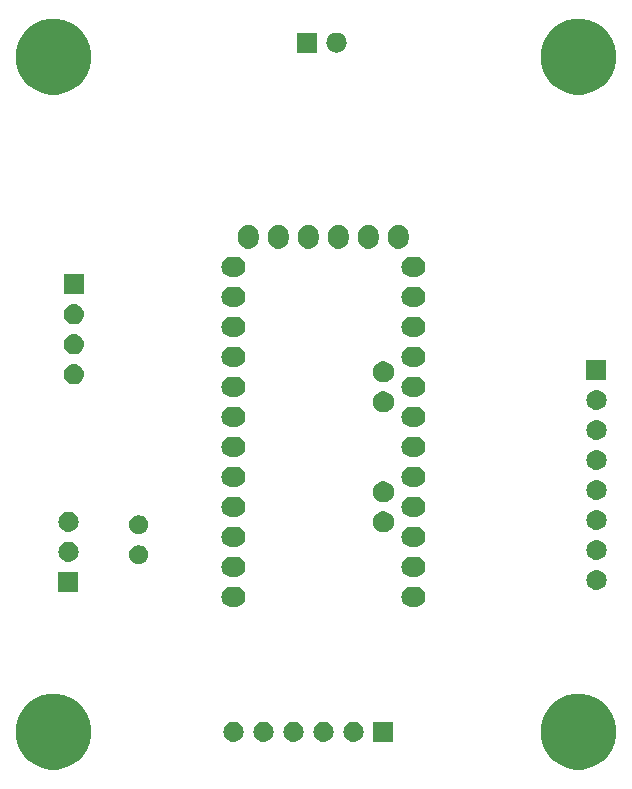
<source format=gbr>
G04 #@! TF.GenerationSoftware,KiCad,Pcbnew,5.0.2+dfsg1-1~bpo9+1*
G04 #@! TF.CreationDate,2019-03-26T14:17:57+01:00*
G04 #@! TF.ProjectId,DhMonitor,44684d6f-6e69-4746-9f72-2e6b69636164,0.1*
G04 #@! TF.SameCoordinates,Original*
G04 #@! TF.FileFunction,Soldermask,Bot*
G04 #@! TF.FilePolarity,Negative*
%FSLAX46Y46*%
G04 Gerber Fmt 4.6, Leading zero omitted, Abs format (unit mm)*
G04 Created by KiCad (PCBNEW 5.0.2+dfsg1-1~bpo9+1) date Tue 26 Mar 2019 14:17:57 CET*
%MOMM*%
%LPD*%
G01*
G04 APERTURE LIST*
%ADD10C,0.100000*%
G04 APERTURE END LIST*
D10*
G36*
X168573405Y-121382974D02*
X169155767Y-121624196D01*
X169679884Y-121974400D01*
X170125600Y-122420116D01*
X170475804Y-122944233D01*
X170717026Y-123526595D01*
X170840000Y-124144826D01*
X170840000Y-124775174D01*
X170717026Y-125393405D01*
X170475804Y-125975767D01*
X170125600Y-126499884D01*
X169679884Y-126945600D01*
X169155767Y-127295804D01*
X168573405Y-127537026D01*
X167955174Y-127660000D01*
X167324826Y-127660000D01*
X166706595Y-127537026D01*
X166124233Y-127295804D01*
X165600116Y-126945600D01*
X165154400Y-126499884D01*
X164804196Y-125975767D01*
X164562974Y-125393405D01*
X164440000Y-124775174D01*
X164440000Y-124144826D01*
X164562974Y-123526595D01*
X164804196Y-122944233D01*
X165154400Y-122420116D01*
X165600116Y-121974400D01*
X166124233Y-121624196D01*
X166706595Y-121382974D01*
X167324826Y-121260000D01*
X167955174Y-121260000D01*
X168573405Y-121382974D01*
X168573405Y-121382974D01*
G37*
G36*
X124123405Y-121382974D02*
X124705767Y-121624196D01*
X125229884Y-121974400D01*
X125675600Y-122420116D01*
X126025804Y-122944233D01*
X126267026Y-123526595D01*
X126390000Y-124144826D01*
X126390000Y-124775174D01*
X126267026Y-125393405D01*
X126025804Y-125975767D01*
X125675600Y-126499884D01*
X125229884Y-126945600D01*
X124705767Y-127295804D01*
X124123405Y-127537026D01*
X123505174Y-127660000D01*
X122874826Y-127660000D01*
X122256595Y-127537026D01*
X121674233Y-127295804D01*
X121150116Y-126945600D01*
X120704400Y-126499884D01*
X120354196Y-125975767D01*
X120112974Y-125393405D01*
X119990000Y-124775174D01*
X119990000Y-124144826D01*
X120112974Y-123526595D01*
X120354196Y-122944233D01*
X120704400Y-122420116D01*
X121150116Y-121974400D01*
X121674233Y-121624196D01*
X122256595Y-121382974D01*
X122874826Y-121260000D01*
X123505174Y-121260000D01*
X124123405Y-121382974D01*
X124123405Y-121382974D01*
G37*
G36*
X151980000Y-125310000D02*
X150280000Y-125310000D01*
X150280000Y-123610000D01*
X151980000Y-123610000D01*
X151980000Y-125310000D01*
X151980000Y-125310000D01*
G37*
G36*
X138596630Y-123622299D02*
X138756855Y-123670903D01*
X138904520Y-123749831D01*
X139033949Y-123856051D01*
X139140169Y-123985480D01*
X139219097Y-124133145D01*
X139267701Y-124293370D01*
X139284112Y-124460000D01*
X139267701Y-124626630D01*
X139219097Y-124786855D01*
X139140169Y-124934520D01*
X139033949Y-125063949D01*
X138904520Y-125170169D01*
X138756855Y-125249097D01*
X138596630Y-125297701D01*
X138471752Y-125310000D01*
X138388248Y-125310000D01*
X138263370Y-125297701D01*
X138103145Y-125249097D01*
X137955480Y-125170169D01*
X137826051Y-125063949D01*
X137719831Y-124934520D01*
X137640903Y-124786855D01*
X137592299Y-124626630D01*
X137575888Y-124460000D01*
X137592299Y-124293370D01*
X137640903Y-124133145D01*
X137719831Y-123985480D01*
X137826051Y-123856051D01*
X137955480Y-123749831D01*
X138103145Y-123670903D01*
X138263370Y-123622299D01*
X138388248Y-123610000D01*
X138471752Y-123610000D01*
X138596630Y-123622299D01*
X138596630Y-123622299D01*
G37*
G36*
X141136630Y-123622299D02*
X141296855Y-123670903D01*
X141444520Y-123749831D01*
X141573949Y-123856051D01*
X141680169Y-123985480D01*
X141759097Y-124133145D01*
X141807701Y-124293370D01*
X141824112Y-124460000D01*
X141807701Y-124626630D01*
X141759097Y-124786855D01*
X141680169Y-124934520D01*
X141573949Y-125063949D01*
X141444520Y-125170169D01*
X141296855Y-125249097D01*
X141136630Y-125297701D01*
X141011752Y-125310000D01*
X140928248Y-125310000D01*
X140803370Y-125297701D01*
X140643145Y-125249097D01*
X140495480Y-125170169D01*
X140366051Y-125063949D01*
X140259831Y-124934520D01*
X140180903Y-124786855D01*
X140132299Y-124626630D01*
X140115888Y-124460000D01*
X140132299Y-124293370D01*
X140180903Y-124133145D01*
X140259831Y-123985480D01*
X140366051Y-123856051D01*
X140495480Y-123749831D01*
X140643145Y-123670903D01*
X140803370Y-123622299D01*
X140928248Y-123610000D01*
X141011752Y-123610000D01*
X141136630Y-123622299D01*
X141136630Y-123622299D01*
G37*
G36*
X143676630Y-123622299D02*
X143836855Y-123670903D01*
X143984520Y-123749831D01*
X144113949Y-123856051D01*
X144220169Y-123985480D01*
X144299097Y-124133145D01*
X144347701Y-124293370D01*
X144364112Y-124460000D01*
X144347701Y-124626630D01*
X144299097Y-124786855D01*
X144220169Y-124934520D01*
X144113949Y-125063949D01*
X143984520Y-125170169D01*
X143836855Y-125249097D01*
X143676630Y-125297701D01*
X143551752Y-125310000D01*
X143468248Y-125310000D01*
X143343370Y-125297701D01*
X143183145Y-125249097D01*
X143035480Y-125170169D01*
X142906051Y-125063949D01*
X142799831Y-124934520D01*
X142720903Y-124786855D01*
X142672299Y-124626630D01*
X142655888Y-124460000D01*
X142672299Y-124293370D01*
X142720903Y-124133145D01*
X142799831Y-123985480D01*
X142906051Y-123856051D01*
X143035480Y-123749831D01*
X143183145Y-123670903D01*
X143343370Y-123622299D01*
X143468248Y-123610000D01*
X143551752Y-123610000D01*
X143676630Y-123622299D01*
X143676630Y-123622299D01*
G37*
G36*
X148756630Y-123622299D02*
X148916855Y-123670903D01*
X149064520Y-123749831D01*
X149193949Y-123856051D01*
X149300169Y-123985480D01*
X149379097Y-124133145D01*
X149427701Y-124293370D01*
X149444112Y-124460000D01*
X149427701Y-124626630D01*
X149379097Y-124786855D01*
X149300169Y-124934520D01*
X149193949Y-125063949D01*
X149064520Y-125170169D01*
X148916855Y-125249097D01*
X148756630Y-125297701D01*
X148631752Y-125310000D01*
X148548248Y-125310000D01*
X148423370Y-125297701D01*
X148263145Y-125249097D01*
X148115480Y-125170169D01*
X147986051Y-125063949D01*
X147879831Y-124934520D01*
X147800903Y-124786855D01*
X147752299Y-124626630D01*
X147735888Y-124460000D01*
X147752299Y-124293370D01*
X147800903Y-124133145D01*
X147879831Y-123985480D01*
X147986051Y-123856051D01*
X148115480Y-123749831D01*
X148263145Y-123670903D01*
X148423370Y-123622299D01*
X148548248Y-123610000D01*
X148631752Y-123610000D01*
X148756630Y-123622299D01*
X148756630Y-123622299D01*
G37*
G36*
X146216630Y-123622299D02*
X146376855Y-123670903D01*
X146524520Y-123749831D01*
X146653949Y-123856051D01*
X146760169Y-123985480D01*
X146839097Y-124133145D01*
X146887701Y-124293370D01*
X146904112Y-124460000D01*
X146887701Y-124626630D01*
X146839097Y-124786855D01*
X146760169Y-124934520D01*
X146653949Y-125063949D01*
X146524520Y-125170169D01*
X146376855Y-125249097D01*
X146216630Y-125297701D01*
X146091752Y-125310000D01*
X146008248Y-125310000D01*
X145883370Y-125297701D01*
X145723145Y-125249097D01*
X145575480Y-125170169D01*
X145446051Y-125063949D01*
X145339831Y-124934520D01*
X145260903Y-124786855D01*
X145212299Y-124626630D01*
X145195888Y-124460000D01*
X145212299Y-124293370D01*
X145260903Y-124133145D01*
X145339831Y-123985480D01*
X145446051Y-123856051D01*
X145575480Y-123749831D01*
X145723145Y-123670903D01*
X145883370Y-123622299D01*
X146008248Y-123610000D01*
X146091752Y-123610000D01*
X146216630Y-123622299D01*
X146216630Y-123622299D01*
G37*
G36*
X153907112Y-112170565D02*
X153991695Y-112178896D01*
X154074286Y-112203950D01*
X154154488Y-112228279D01*
X154304512Y-112308468D01*
X154436012Y-112416388D01*
X154543932Y-112547888D01*
X154624121Y-112697912D01*
X154624122Y-112697916D01*
X154673504Y-112860705D01*
X154690178Y-113030000D01*
X154673504Y-113199295D01*
X154636971Y-113319727D01*
X154624121Y-113362088D01*
X154543932Y-113512112D01*
X154436012Y-113643612D01*
X154304512Y-113751532D01*
X154154488Y-113831721D01*
X154112127Y-113844571D01*
X153991695Y-113881104D01*
X153907112Y-113889435D01*
X153864821Y-113893600D01*
X153475179Y-113893600D01*
X153432888Y-113889435D01*
X153348305Y-113881104D01*
X153227873Y-113844571D01*
X153185512Y-113831721D01*
X153035488Y-113751532D01*
X152903988Y-113643612D01*
X152796068Y-113512112D01*
X152715879Y-113362088D01*
X152703029Y-113319727D01*
X152666496Y-113199295D01*
X152649822Y-113030000D01*
X152666496Y-112860705D01*
X152715878Y-112697916D01*
X152715879Y-112697912D01*
X152796068Y-112547888D01*
X152903988Y-112416388D01*
X153035488Y-112308468D01*
X153185512Y-112228279D01*
X153265714Y-112203950D01*
X153348305Y-112178896D01*
X153432888Y-112170565D01*
X153475179Y-112166400D01*
X153864821Y-112166400D01*
X153907112Y-112170565D01*
X153907112Y-112170565D01*
G37*
G36*
X138667112Y-112170565D02*
X138751695Y-112178896D01*
X138834286Y-112203950D01*
X138914488Y-112228279D01*
X139064512Y-112308468D01*
X139196012Y-112416388D01*
X139303932Y-112547888D01*
X139384121Y-112697912D01*
X139384122Y-112697916D01*
X139433504Y-112860705D01*
X139450178Y-113030000D01*
X139433504Y-113199295D01*
X139396971Y-113319727D01*
X139384121Y-113362088D01*
X139303932Y-113512112D01*
X139196012Y-113643612D01*
X139064512Y-113751532D01*
X138914488Y-113831721D01*
X138872127Y-113844571D01*
X138751695Y-113881104D01*
X138667112Y-113889435D01*
X138624821Y-113893600D01*
X138235179Y-113893600D01*
X138192888Y-113889435D01*
X138108305Y-113881104D01*
X137987873Y-113844571D01*
X137945512Y-113831721D01*
X137795488Y-113751532D01*
X137663988Y-113643612D01*
X137556068Y-113512112D01*
X137475879Y-113362088D01*
X137463029Y-113319727D01*
X137426496Y-113199295D01*
X137409822Y-113030000D01*
X137426496Y-112860705D01*
X137475878Y-112697916D01*
X137475879Y-112697912D01*
X137556068Y-112547888D01*
X137663988Y-112416388D01*
X137795488Y-112308468D01*
X137945512Y-112228279D01*
X138025714Y-112203950D01*
X138108305Y-112178896D01*
X138192888Y-112170565D01*
X138235179Y-112166400D01*
X138624821Y-112166400D01*
X138667112Y-112170565D01*
X138667112Y-112170565D01*
G37*
G36*
X125310000Y-112610000D02*
X123610000Y-112610000D01*
X123610000Y-110910000D01*
X125310000Y-110910000D01*
X125310000Y-112610000D01*
X125310000Y-112610000D01*
G37*
G36*
X169331632Y-110762300D02*
X169491857Y-110810904D01*
X169639522Y-110889832D01*
X169768951Y-110996052D01*
X169875171Y-111125481D01*
X169954099Y-111273146D01*
X170002703Y-111433371D01*
X170019114Y-111600001D01*
X170002703Y-111766631D01*
X169954099Y-111926856D01*
X169875171Y-112074521D01*
X169768951Y-112203950D01*
X169639522Y-112310170D01*
X169491857Y-112389098D01*
X169331632Y-112437702D01*
X169206754Y-112450001D01*
X169123250Y-112450001D01*
X168998372Y-112437702D01*
X168838147Y-112389098D01*
X168690482Y-112310170D01*
X168561053Y-112203950D01*
X168454833Y-112074521D01*
X168375905Y-111926856D01*
X168327301Y-111766631D01*
X168310890Y-111600001D01*
X168327301Y-111433371D01*
X168375905Y-111273146D01*
X168454833Y-111125481D01*
X168561053Y-110996052D01*
X168690482Y-110889832D01*
X168838147Y-110810904D01*
X168998372Y-110762300D01*
X169123250Y-110750001D01*
X169206754Y-110750001D01*
X169331632Y-110762300D01*
X169331632Y-110762300D01*
G37*
G36*
X138667112Y-109630565D02*
X138751695Y-109638896D01*
X138834286Y-109663950D01*
X138914488Y-109688279D01*
X139064512Y-109768468D01*
X139196012Y-109876388D01*
X139303932Y-110007888D01*
X139384121Y-110157912D01*
X139384122Y-110157916D01*
X139433504Y-110320705D01*
X139450178Y-110490000D01*
X139433504Y-110659295D01*
X139405988Y-110750001D01*
X139384121Y-110822088D01*
X139303932Y-110972112D01*
X139196012Y-111103612D01*
X139064512Y-111211532D01*
X138914488Y-111291721D01*
X138872127Y-111304571D01*
X138751695Y-111341104D01*
X138667112Y-111349435D01*
X138624821Y-111353600D01*
X138235179Y-111353600D01*
X138192888Y-111349435D01*
X138108305Y-111341104D01*
X137987873Y-111304571D01*
X137945512Y-111291721D01*
X137795488Y-111211532D01*
X137663988Y-111103612D01*
X137556068Y-110972112D01*
X137475879Y-110822088D01*
X137454012Y-110750001D01*
X137426496Y-110659295D01*
X137409822Y-110490000D01*
X137426496Y-110320705D01*
X137475878Y-110157916D01*
X137475879Y-110157912D01*
X137556068Y-110007888D01*
X137663988Y-109876388D01*
X137795488Y-109768468D01*
X137945512Y-109688279D01*
X138025714Y-109663950D01*
X138108305Y-109638896D01*
X138192888Y-109630565D01*
X138235179Y-109626400D01*
X138624821Y-109626400D01*
X138667112Y-109630565D01*
X138667112Y-109630565D01*
G37*
G36*
X153907112Y-109630565D02*
X153991695Y-109638896D01*
X154074286Y-109663950D01*
X154154488Y-109688279D01*
X154304512Y-109768468D01*
X154436012Y-109876388D01*
X154543932Y-110007888D01*
X154624121Y-110157912D01*
X154624122Y-110157916D01*
X154673504Y-110320705D01*
X154690178Y-110490000D01*
X154673504Y-110659295D01*
X154645988Y-110750001D01*
X154624121Y-110822088D01*
X154543932Y-110972112D01*
X154436012Y-111103612D01*
X154304512Y-111211532D01*
X154154488Y-111291721D01*
X154112127Y-111304571D01*
X153991695Y-111341104D01*
X153907112Y-111349435D01*
X153864821Y-111353600D01*
X153475179Y-111353600D01*
X153432888Y-111349435D01*
X153348305Y-111341104D01*
X153227873Y-111304571D01*
X153185512Y-111291721D01*
X153035488Y-111211532D01*
X152903988Y-111103612D01*
X152796068Y-110972112D01*
X152715879Y-110822088D01*
X152694012Y-110750001D01*
X152666496Y-110659295D01*
X152649822Y-110490000D01*
X152666496Y-110320705D01*
X152715878Y-110157916D01*
X152715879Y-110157912D01*
X152796068Y-110007888D01*
X152903988Y-109876388D01*
X153035488Y-109768468D01*
X153185512Y-109688279D01*
X153265714Y-109663950D01*
X153348305Y-109638896D01*
X153432888Y-109630565D01*
X153475179Y-109626400D01*
X153864821Y-109626400D01*
X153907112Y-109630565D01*
X153907112Y-109630565D01*
G37*
G36*
X130628354Y-108690744D02*
X130773943Y-108751049D01*
X130904975Y-108838602D01*
X131016401Y-108950028D01*
X131103954Y-109081060D01*
X131164259Y-109226649D01*
X131195002Y-109381206D01*
X131195002Y-109538796D01*
X131164259Y-109693353D01*
X131103954Y-109838942D01*
X131016401Y-109969974D01*
X130904975Y-110081400D01*
X130773943Y-110168953D01*
X130628354Y-110229258D01*
X130473797Y-110260001D01*
X130316207Y-110260001D01*
X130161650Y-110229258D01*
X130016061Y-110168953D01*
X129885029Y-110081400D01*
X129773603Y-109969974D01*
X129686050Y-109838942D01*
X129625745Y-109693353D01*
X129595002Y-109538796D01*
X129595002Y-109381206D01*
X129625745Y-109226649D01*
X129686050Y-109081060D01*
X129773603Y-108950028D01*
X129885029Y-108838602D01*
X130016061Y-108751049D01*
X130161650Y-108690744D01*
X130316207Y-108660001D01*
X130473797Y-108660001D01*
X130628354Y-108690744D01*
X130628354Y-108690744D01*
G37*
G36*
X124626630Y-108382299D02*
X124786855Y-108430903D01*
X124934520Y-108509831D01*
X125063949Y-108616051D01*
X125170169Y-108745480D01*
X125249097Y-108893145D01*
X125297701Y-109053370D01*
X125314112Y-109220000D01*
X125297701Y-109386630D01*
X125249097Y-109546855D01*
X125170169Y-109694520D01*
X125063949Y-109823949D01*
X124934520Y-109930169D01*
X124786855Y-110009097D01*
X124626630Y-110057701D01*
X124501752Y-110070000D01*
X124418248Y-110070000D01*
X124293370Y-110057701D01*
X124133145Y-110009097D01*
X123985480Y-109930169D01*
X123856051Y-109823949D01*
X123749831Y-109694520D01*
X123670903Y-109546855D01*
X123622299Y-109386630D01*
X123605888Y-109220000D01*
X123622299Y-109053370D01*
X123670903Y-108893145D01*
X123749831Y-108745480D01*
X123856051Y-108616051D01*
X123985480Y-108509831D01*
X124133145Y-108430903D01*
X124293370Y-108382299D01*
X124418248Y-108370000D01*
X124501752Y-108370000D01*
X124626630Y-108382299D01*
X124626630Y-108382299D01*
G37*
G36*
X169331632Y-108222300D02*
X169491857Y-108270904D01*
X169639522Y-108349832D01*
X169768951Y-108456052D01*
X169875171Y-108585481D01*
X169954099Y-108733146D01*
X170002703Y-108893371D01*
X170019114Y-109060001D01*
X170002703Y-109226631D01*
X169954099Y-109386856D01*
X169875171Y-109534521D01*
X169768951Y-109663950D01*
X169639522Y-109770170D01*
X169491857Y-109849098D01*
X169331632Y-109897702D01*
X169206754Y-109910001D01*
X169123250Y-109910001D01*
X168998372Y-109897702D01*
X168838147Y-109849098D01*
X168690482Y-109770170D01*
X168561053Y-109663950D01*
X168454833Y-109534521D01*
X168375905Y-109386856D01*
X168327301Y-109226631D01*
X168310890Y-109060001D01*
X168327301Y-108893371D01*
X168375905Y-108733146D01*
X168454833Y-108585481D01*
X168561053Y-108456052D01*
X168690482Y-108349832D01*
X168838147Y-108270904D01*
X168998372Y-108222300D01*
X169123250Y-108210001D01*
X169206754Y-108210001D01*
X169331632Y-108222300D01*
X169331632Y-108222300D01*
G37*
G36*
X138667112Y-107090565D02*
X138751695Y-107098896D01*
X138834286Y-107123950D01*
X138914488Y-107148279D01*
X139064512Y-107228468D01*
X139196012Y-107336388D01*
X139303932Y-107467888D01*
X139384121Y-107617912D01*
X139384122Y-107617916D01*
X139433504Y-107780705D01*
X139450178Y-107950000D01*
X139433504Y-108119295D01*
X139405988Y-108210001D01*
X139384121Y-108282088D01*
X139303932Y-108432112D01*
X139196012Y-108563612D01*
X139064512Y-108671532D01*
X138914488Y-108751721D01*
X138872127Y-108764571D01*
X138751695Y-108801104D01*
X138667112Y-108809435D01*
X138624821Y-108813600D01*
X138235179Y-108813600D01*
X138192888Y-108809435D01*
X138108305Y-108801104D01*
X137987873Y-108764571D01*
X137945512Y-108751721D01*
X137795488Y-108671532D01*
X137663988Y-108563612D01*
X137556068Y-108432112D01*
X137475879Y-108282088D01*
X137454012Y-108210001D01*
X137426496Y-108119295D01*
X137409822Y-107950000D01*
X137426496Y-107780705D01*
X137475878Y-107617916D01*
X137475879Y-107617912D01*
X137556068Y-107467888D01*
X137663988Y-107336388D01*
X137795488Y-107228468D01*
X137945512Y-107148279D01*
X138025714Y-107123950D01*
X138108305Y-107098896D01*
X138192888Y-107090565D01*
X138235179Y-107086400D01*
X138624821Y-107086400D01*
X138667112Y-107090565D01*
X138667112Y-107090565D01*
G37*
G36*
X153907112Y-107090565D02*
X153991695Y-107098896D01*
X154074286Y-107123950D01*
X154154488Y-107148279D01*
X154304512Y-107228468D01*
X154436012Y-107336388D01*
X154543932Y-107467888D01*
X154624121Y-107617912D01*
X154624122Y-107617916D01*
X154673504Y-107780705D01*
X154690178Y-107950000D01*
X154673504Y-108119295D01*
X154645988Y-108210001D01*
X154624121Y-108282088D01*
X154543932Y-108432112D01*
X154436012Y-108563612D01*
X154304512Y-108671532D01*
X154154488Y-108751721D01*
X154112127Y-108764571D01*
X153991695Y-108801104D01*
X153907112Y-108809435D01*
X153864821Y-108813600D01*
X153475179Y-108813600D01*
X153432888Y-108809435D01*
X153348305Y-108801104D01*
X153227873Y-108764571D01*
X153185512Y-108751721D01*
X153035488Y-108671532D01*
X152903988Y-108563612D01*
X152796068Y-108432112D01*
X152715879Y-108282088D01*
X152694012Y-108210001D01*
X152666496Y-108119295D01*
X152649822Y-107950000D01*
X152666496Y-107780705D01*
X152715878Y-107617916D01*
X152715879Y-107617912D01*
X152796068Y-107467888D01*
X152903988Y-107336388D01*
X153035488Y-107228468D01*
X153185512Y-107148279D01*
X153265714Y-107123950D01*
X153348305Y-107098896D01*
X153432888Y-107090565D01*
X153475179Y-107086400D01*
X153864821Y-107086400D01*
X153907112Y-107090565D01*
X153907112Y-107090565D01*
G37*
G36*
X130628354Y-106150744D02*
X130773943Y-106211049D01*
X130904975Y-106298602D01*
X131016401Y-106410028D01*
X131103954Y-106541060D01*
X131164259Y-106686649D01*
X131195002Y-106841206D01*
X131195002Y-106998796D01*
X131164259Y-107153353D01*
X131103954Y-107298942D01*
X131016401Y-107429974D01*
X130904975Y-107541400D01*
X130773943Y-107628953D01*
X130628354Y-107689258D01*
X130473797Y-107720001D01*
X130316207Y-107720001D01*
X130161650Y-107689258D01*
X130016061Y-107628953D01*
X129885029Y-107541400D01*
X129773603Y-107429974D01*
X129686050Y-107298942D01*
X129625745Y-107153353D01*
X129595002Y-106998796D01*
X129595002Y-106841206D01*
X129625745Y-106686649D01*
X129686050Y-106541060D01*
X129773603Y-106410028D01*
X129885029Y-106298602D01*
X130016061Y-106211049D01*
X130161650Y-106150744D01*
X130316207Y-106120001D01*
X130473797Y-106120001D01*
X130628354Y-106150744D01*
X130628354Y-106150744D01*
G37*
G36*
X151389312Y-105825164D02*
X151551098Y-105892178D01*
X151696707Y-105989471D01*
X151820529Y-106113293D01*
X151917822Y-106258902D01*
X151984836Y-106420688D01*
X152019000Y-106592441D01*
X152019000Y-106767559D01*
X151984836Y-106939312D01*
X151917822Y-107101098D01*
X151820529Y-107246707D01*
X151696707Y-107370529D01*
X151551098Y-107467822D01*
X151389312Y-107534836D01*
X151217559Y-107569000D01*
X151042441Y-107569000D01*
X150870688Y-107534836D01*
X150708902Y-107467822D01*
X150563293Y-107370529D01*
X150439471Y-107246707D01*
X150342178Y-107101098D01*
X150275164Y-106939312D01*
X150241000Y-106767559D01*
X150241000Y-106592441D01*
X150275164Y-106420688D01*
X150342178Y-106258902D01*
X150439471Y-106113293D01*
X150563293Y-105989471D01*
X150708902Y-105892178D01*
X150870688Y-105825164D01*
X151042441Y-105791000D01*
X151217559Y-105791000D01*
X151389312Y-105825164D01*
X151389312Y-105825164D01*
G37*
G36*
X124626630Y-105842299D02*
X124786855Y-105890903D01*
X124934520Y-105969831D01*
X125063949Y-106076051D01*
X125170169Y-106205480D01*
X125249097Y-106353145D01*
X125297701Y-106513370D01*
X125314112Y-106680000D01*
X125297701Y-106846630D01*
X125249097Y-107006855D01*
X125170169Y-107154520D01*
X125063949Y-107283949D01*
X124934520Y-107390169D01*
X124786855Y-107469097D01*
X124626630Y-107517701D01*
X124501752Y-107530000D01*
X124418248Y-107530000D01*
X124293370Y-107517701D01*
X124133145Y-107469097D01*
X123985480Y-107390169D01*
X123856051Y-107283949D01*
X123749831Y-107154520D01*
X123670903Y-107006855D01*
X123622299Y-106846630D01*
X123605888Y-106680000D01*
X123622299Y-106513370D01*
X123670903Y-106353145D01*
X123749831Y-106205480D01*
X123856051Y-106076051D01*
X123985480Y-105969831D01*
X124133145Y-105890903D01*
X124293370Y-105842299D01*
X124418248Y-105830000D01*
X124501752Y-105830000D01*
X124626630Y-105842299D01*
X124626630Y-105842299D01*
G37*
G36*
X169331632Y-105682300D02*
X169491857Y-105730904D01*
X169639522Y-105809832D01*
X169768951Y-105916052D01*
X169875171Y-106045481D01*
X169954099Y-106193146D01*
X170002703Y-106353371D01*
X170019114Y-106520001D01*
X170002703Y-106686631D01*
X169954099Y-106846856D01*
X169875171Y-106994521D01*
X169768951Y-107123950D01*
X169639522Y-107230170D01*
X169491857Y-107309098D01*
X169331632Y-107357702D01*
X169206754Y-107370001D01*
X169123250Y-107370001D01*
X168998372Y-107357702D01*
X168838147Y-107309098D01*
X168690482Y-107230170D01*
X168561053Y-107123950D01*
X168454833Y-106994521D01*
X168375905Y-106846856D01*
X168327301Y-106686631D01*
X168310890Y-106520001D01*
X168327301Y-106353371D01*
X168375905Y-106193146D01*
X168454833Y-106045481D01*
X168561053Y-105916052D01*
X168690482Y-105809832D01*
X168838147Y-105730904D01*
X168998372Y-105682300D01*
X169123250Y-105670001D01*
X169206754Y-105670001D01*
X169331632Y-105682300D01*
X169331632Y-105682300D01*
G37*
G36*
X153907112Y-104550565D02*
X153991695Y-104558896D01*
X154074286Y-104583950D01*
X154154488Y-104608279D01*
X154304512Y-104688468D01*
X154436012Y-104796388D01*
X154543932Y-104927888D01*
X154624121Y-105077912D01*
X154624122Y-105077916D01*
X154673504Y-105240705D01*
X154690178Y-105410000D01*
X154673504Y-105579295D01*
X154645988Y-105670001D01*
X154624121Y-105742088D01*
X154543932Y-105892112D01*
X154436012Y-106023612D01*
X154304512Y-106131532D01*
X154154488Y-106211721D01*
X154112127Y-106224571D01*
X153991695Y-106261104D01*
X153907112Y-106269435D01*
X153864821Y-106273600D01*
X153475179Y-106273600D01*
X153432888Y-106269435D01*
X153348305Y-106261104D01*
X153227873Y-106224571D01*
X153185512Y-106211721D01*
X153035488Y-106131532D01*
X152903988Y-106023612D01*
X152796068Y-105892112D01*
X152715879Y-105742088D01*
X152694012Y-105670001D01*
X152666496Y-105579295D01*
X152649822Y-105410000D01*
X152666496Y-105240705D01*
X152715878Y-105077916D01*
X152715879Y-105077912D01*
X152796068Y-104927888D01*
X152903988Y-104796388D01*
X153035488Y-104688468D01*
X153185512Y-104608279D01*
X153265714Y-104583950D01*
X153348305Y-104558896D01*
X153432888Y-104550565D01*
X153475179Y-104546400D01*
X153864821Y-104546400D01*
X153907112Y-104550565D01*
X153907112Y-104550565D01*
G37*
G36*
X138667112Y-104550565D02*
X138751695Y-104558896D01*
X138834286Y-104583950D01*
X138914488Y-104608279D01*
X139064512Y-104688468D01*
X139196012Y-104796388D01*
X139303932Y-104927888D01*
X139384121Y-105077912D01*
X139384122Y-105077916D01*
X139433504Y-105240705D01*
X139450178Y-105410000D01*
X139433504Y-105579295D01*
X139405988Y-105670001D01*
X139384121Y-105742088D01*
X139303932Y-105892112D01*
X139196012Y-106023612D01*
X139064512Y-106131532D01*
X138914488Y-106211721D01*
X138872127Y-106224571D01*
X138751695Y-106261104D01*
X138667112Y-106269435D01*
X138624821Y-106273600D01*
X138235179Y-106273600D01*
X138192888Y-106269435D01*
X138108305Y-106261104D01*
X137987873Y-106224571D01*
X137945512Y-106211721D01*
X137795488Y-106131532D01*
X137663988Y-106023612D01*
X137556068Y-105892112D01*
X137475879Y-105742088D01*
X137454012Y-105670001D01*
X137426496Y-105579295D01*
X137409822Y-105410000D01*
X137426496Y-105240705D01*
X137475878Y-105077916D01*
X137475879Y-105077912D01*
X137556068Y-104927888D01*
X137663988Y-104796388D01*
X137795488Y-104688468D01*
X137945512Y-104608279D01*
X138025714Y-104583950D01*
X138108305Y-104558896D01*
X138192888Y-104550565D01*
X138235179Y-104546400D01*
X138624821Y-104546400D01*
X138667112Y-104550565D01*
X138667112Y-104550565D01*
G37*
G36*
X151389312Y-103285164D02*
X151551098Y-103352178D01*
X151696707Y-103449471D01*
X151820529Y-103573293D01*
X151917822Y-103718902D01*
X151984836Y-103880688D01*
X152019000Y-104052441D01*
X152019000Y-104227559D01*
X151984836Y-104399312D01*
X151917822Y-104561098D01*
X151820529Y-104706707D01*
X151696707Y-104830529D01*
X151551098Y-104927822D01*
X151389312Y-104994836D01*
X151217559Y-105029000D01*
X151042441Y-105029000D01*
X150870688Y-104994836D01*
X150708902Y-104927822D01*
X150563293Y-104830529D01*
X150439471Y-104706707D01*
X150342178Y-104561098D01*
X150275164Y-104399312D01*
X150241000Y-104227559D01*
X150241000Y-104052441D01*
X150275164Y-103880688D01*
X150342178Y-103718902D01*
X150439471Y-103573293D01*
X150563293Y-103449471D01*
X150708902Y-103352178D01*
X150870688Y-103285164D01*
X151042441Y-103251000D01*
X151217559Y-103251000D01*
X151389312Y-103285164D01*
X151389312Y-103285164D01*
G37*
G36*
X169331632Y-103142300D02*
X169491857Y-103190904D01*
X169639522Y-103269832D01*
X169768951Y-103376052D01*
X169875171Y-103505481D01*
X169954099Y-103653146D01*
X170002703Y-103813371D01*
X170019114Y-103980001D01*
X170002703Y-104146631D01*
X169954099Y-104306856D01*
X169875171Y-104454521D01*
X169768951Y-104583950D01*
X169639522Y-104690170D01*
X169491857Y-104769098D01*
X169331632Y-104817702D01*
X169206754Y-104830001D01*
X169123250Y-104830001D01*
X168998372Y-104817702D01*
X168838147Y-104769098D01*
X168690482Y-104690170D01*
X168561053Y-104583950D01*
X168454833Y-104454521D01*
X168375905Y-104306856D01*
X168327301Y-104146631D01*
X168310890Y-103980001D01*
X168327301Y-103813371D01*
X168375905Y-103653146D01*
X168454833Y-103505481D01*
X168561053Y-103376052D01*
X168690482Y-103269832D01*
X168838147Y-103190904D01*
X168998372Y-103142300D01*
X169123250Y-103130001D01*
X169206754Y-103130001D01*
X169331632Y-103142300D01*
X169331632Y-103142300D01*
G37*
G36*
X138667112Y-102010565D02*
X138751695Y-102018896D01*
X138834286Y-102043950D01*
X138914488Y-102068279D01*
X139064512Y-102148468D01*
X139196012Y-102256388D01*
X139303932Y-102387888D01*
X139384121Y-102537912D01*
X139384122Y-102537916D01*
X139433504Y-102700705D01*
X139450178Y-102870000D01*
X139433504Y-103039295D01*
X139405988Y-103130001D01*
X139384121Y-103202088D01*
X139303932Y-103352112D01*
X139196012Y-103483612D01*
X139064512Y-103591532D01*
X138914488Y-103671721D01*
X138872127Y-103684571D01*
X138751695Y-103721104D01*
X138667112Y-103729435D01*
X138624821Y-103733600D01*
X138235179Y-103733600D01*
X138192888Y-103729435D01*
X138108305Y-103721104D01*
X137987873Y-103684571D01*
X137945512Y-103671721D01*
X137795488Y-103591532D01*
X137663988Y-103483612D01*
X137556068Y-103352112D01*
X137475879Y-103202088D01*
X137454012Y-103130001D01*
X137426496Y-103039295D01*
X137409822Y-102870000D01*
X137426496Y-102700705D01*
X137475878Y-102537916D01*
X137475879Y-102537912D01*
X137556068Y-102387888D01*
X137663988Y-102256388D01*
X137795488Y-102148468D01*
X137945512Y-102068279D01*
X138025714Y-102043950D01*
X138108305Y-102018896D01*
X138192888Y-102010565D01*
X138235179Y-102006400D01*
X138624821Y-102006400D01*
X138667112Y-102010565D01*
X138667112Y-102010565D01*
G37*
G36*
X153907112Y-102010565D02*
X153991695Y-102018896D01*
X154074286Y-102043950D01*
X154154488Y-102068279D01*
X154304512Y-102148468D01*
X154436012Y-102256388D01*
X154543932Y-102387888D01*
X154624121Y-102537912D01*
X154624122Y-102537916D01*
X154673504Y-102700705D01*
X154690178Y-102870000D01*
X154673504Y-103039295D01*
X154645988Y-103130001D01*
X154624121Y-103202088D01*
X154543932Y-103352112D01*
X154436012Y-103483612D01*
X154304512Y-103591532D01*
X154154488Y-103671721D01*
X154112127Y-103684571D01*
X153991695Y-103721104D01*
X153907112Y-103729435D01*
X153864821Y-103733600D01*
X153475179Y-103733600D01*
X153432888Y-103729435D01*
X153348305Y-103721104D01*
X153227873Y-103684571D01*
X153185512Y-103671721D01*
X153035488Y-103591532D01*
X152903988Y-103483612D01*
X152796068Y-103352112D01*
X152715879Y-103202088D01*
X152694012Y-103130001D01*
X152666496Y-103039295D01*
X152649822Y-102870000D01*
X152666496Y-102700705D01*
X152715878Y-102537916D01*
X152715879Y-102537912D01*
X152796068Y-102387888D01*
X152903988Y-102256388D01*
X153035488Y-102148468D01*
X153185512Y-102068279D01*
X153265714Y-102043950D01*
X153348305Y-102018896D01*
X153432888Y-102010565D01*
X153475179Y-102006400D01*
X153864821Y-102006400D01*
X153907112Y-102010565D01*
X153907112Y-102010565D01*
G37*
G36*
X169331632Y-100602300D02*
X169491857Y-100650904D01*
X169639522Y-100729832D01*
X169768951Y-100836052D01*
X169875171Y-100965481D01*
X169954099Y-101113146D01*
X170002703Y-101273371D01*
X170019114Y-101440001D01*
X170002703Y-101606631D01*
X169954099Y-101766856D01*
X169875171Y-101914521D01*
X169768951Y-102043950D01*
X169639522Y-102150170D01*
X169491857Y-102229098D01*
X169331632Y-102277702D01*
X169206754Y-102290001D01*
X169123250Y-102290001D01*
X168998372Y-102277702D01*
X168838147Y-102229098D01*
X168690482Y-102150170D01*
X168561053Y-102043950D01*
X168454833Y-101914521D01*
X168375905Y-101766856D01*
X168327301Y-101606631D01*
X168310890Y-101440001D01*
X168327301Y-101273371D01*
X168375905Y-101113146D01*
X168454833Y-100965481D01*
X168561053Y-100836052D01*
X168690482Y-100729832D01*
X168838147Y-100650904D01*
X168998372Y-100602300D01*
X169123250Y-100590001D01*
X169206754Y-100590001D01*
X169331632Y-100602300D01*
X169331632Y-100602300D01*
G37*
G36*
X138667112Y-99470565D02*
X138751695Y-99478896D01*
X138834286Y-99503950D01*
X138914488Y-99528279D01*
X139064512Y-99608468D01*
X139196012Y-99716388D01*
X139303932Y-99847888D01*
X139384121Y-99997912D01*
X139384122Y-99997916D01*
X139433504Y-100160705D01*
X139450178Y-100330000D01*
X139433504Y-100499295D01*
X139405988Y-100590001D01*
X139384121Y-100662088D01*
X139303932Y-100812112D01*
X139196012Y-100943612D01*
X139064512Y-101051532D01*
X138914488Y-101131721D01*
X138872127Y-101144571D01*
X138751695Y-101181104D01*
X138667112Y-101189435D01*
X138624821Y-101193600D01*
X138235179Y-101193600D01*
X138192888Y-101189435D01*
X138108305Y-101181104D01*
X137987873Y-101144571D01*
X137945512Y-101131721D01*
X137795488Y-101051532D01*
X137663988Y-100943612D01*
X137556068Y-100812112D01*
X137475879Y-100662088D01*
X137454012Y-100590001D01*
X137426496Y-100499295D01*
X137409822Y-100330000D01*
X137426496Y-100160705D01*
X137475878Y-99997916D01*
X137475879Y-99997912D01*
X137556068Y-99847888D01*
X137663988Y-99716388D01*
X137795488Y-99608468D01*
X137945512Y-99528279D01*
X138025714Y-99503950D01*
X138108305Y-99478896D01*
X138192888Y-99470565D01*
X138235179Y-99466400D01*
X138624821Y-99466400D01*
X138667112Y-99470565D01*
X138667112Y-99470565D01*
G37*
G36*
X153907112Y-99470565D02*
X153991695Y-99478896D01*
X154074286Y-99503950D01*
X154154488Y-99528279D01*
X154304512Y-99608468D01*
X154436012Y-99716388D01*
X154543932Y-99847888D01*
X154624121Y-99997912D01*
X154624122Y-99997916D01*
X154673504Y-100160705D01*
X154690178Y-100330000D01*
X154673504Y-100499295D01*
X154645988Y-100590001D01*
X154624121Y-100662088D01*
X154543932Y-100812112D01*
X154436012Y-100943612D01*
X154304512Y-101051532D01*
X154154488Y-101131721D01*
X154112127Y-101144571D01*
X153991695Y-101181104D01*
X153907112Y-101189435D01*
X153864821Y-101193600D01*
X153475179Y-101193600D01*
X153432888Y-101189435D01*
X153348305Y-101181104D01*
X153227873Y-101144571D01*
X153185512Y-101131721D01*
X153035488Y-101051532D01*
X152903988Y-100943612D01*
X152796068Y-100812112D01*
X152715879Y-100662088D01*
X152694012Y-100590001D01*
X152666496Y-100499295D01*
X152649822Y-100330000D01*
X152666496Y-100160705D01*
X152715878Y-99997916D01*
X152715879Y-99997912D01*
X152796068Y-99847888D01*
X152903988Y-99716388D01*
X153035488Y-99608468D01*
X153185512Y-99528279D01*
X153265714Y-99503950D01*
X153348305Y-99478896D01*
X153432888Y-99470565D01*
X153475179Y-99466400D01*
X153864821Y-99466400D01*
X153907112Y-99470565D01*
X153907112Y-99470565D01*
G37*
G36*
X169331632Y-98062300D02*
X169491857Y-98110904D01*
X169639522Y-98189832D01*
X169768951Y-98296052D01*
X169875171Y-98425481D01*
X169954099Y-98573146D01*
X170002703Y-98733371D01*
X170019114Y-98900001D01*
X170002703Y-99066631D01*
X169954099Y-99226856D01*
X169875171Y-99374521D01*
X169768951Y-99503950D01*
X169639522Y-99610170D01*
X169491857Y-99689098D01*
X169331632Y-99737702D01*
X169206754Y-99750001D01*
X169123250Y-99750001D01*
X168998372Y-99737702D01*
X168838147Y-99689098D01*
X168690482Y-99610170D01*
X168561053Y-99503950D01*
X168454833Y-99374521D01*
X168375905Y-99226856D01*
X168327301Y-99066631D01*
X168310890Y-98900001D01*
X168327301Y-98733371D01*
X168375905Y-98573146D01*
X168454833Y-98425481D01*
X168561053Y-98296052D01*
X168690482Y-98189832D01*
X168838147Y-98110904D01*
X168998372Y-98062300D01*
X169123250Y-98050001D01*
X169206754Y-98050001D01*
X169331632Y-98062300D01*
X169331632Y-98062300D01*
G37*
G36*
X153907112Y-96930565D02*
X153991695Y-96938896D01*
X154074286Y-96963950D01*
X154154488Y-96988279D01*
X154304512Y-97068468D01*
X154436012Y-97176388D01*
X154543932Y-97307888D01*
X154624121Y-97457912D01*
X154624122Y-97457916D01*
X154673504Y-97620705D01*
X154690178Y-97790000D01*
X154673504Y-97959295D01*
X154645988Y-98050001D01*
X154624121Y-98122088D01*
X154543932Y-98272112D01*
X154436012Y-98403612D01*
X154304512Y-98511532D01*
X154154488Y-98591721D01*
X154112127Y-98604571D01*
X153991695Y-98641104D01*
X153907112Y-98649435D01*
X153864821Y-98653600D01*
X153475179Y-98653600D01*
X153432888Y-98649435D01*
X153348305Y-98641104D01*
X153227873Y-98604571D01*
X153185512Y-98591721D01*
X153035488Y-98511532D01*
X152903988Y-98403612D01*
X152796068Y-98272112D01*
X152715879Y-98122088D01*
X152694012Y-98050001D01*
X152666496Y-97959295D01*
X152649822Y-97790000D01*
X152666496Y-97620705D01*
X152715878Y-97457916D01*
X152715879Y-97457912D01*
X152796068Y-97307888D01*
X152903988Y-97176388D01*
X153035488Y-97068468D01*
X153185512Y-96988279D01*
X153265714Y-96963950D01*
X153348305Y-96938896D01*
X153432888Y-96930565D01*
X153475179Y-96926400D01*
X153864821Y-96926400D01*
X153907112Y-96930565D01*
X153907112Y-96930565D01*
G37*
G36*
X138667112Y-96930565D02*
X138751695Y-96938896D01*
X138834286Y-96963950D01*
X138914488Y-96988279D01*
X139064512Y-97068468D01*
X139196012Y-97176388D01*
X139303932Y-97307888D01*
X139384121Y-97457912D01*
X139384122Y-97457916D01*
X139433504Y-97620705D01*
X139450178Y-97790000D01*
X139433504Y-97959295D01*
X139405988Y-98050001D01*
X139384121Y-98122088D01*
X139303932Y-98272112D01*
X139196012Y-98403612D01*
X139064512Y-98511532D01*
X138914488Y-98591721D01*
X138872127Y-98604571D01*
X138751695Y-98641104D01*
X138667112Y-98649435D01*
X138624821Y-98653600D01*
X138235179Y-98653600D01*
X138192888Y-98649435D01*
X138108305Y-98641104D01*
X137987873Y-98604571D01*
X137945512Y-98591721D01*
X137795488Y-98511532D01*
X137663988Y-98403612D01*
X137556068Y-98272112D01*
X137475879Y-98122088D01*
X137454012Y-98050001D01*
X137426496Y-97959295D01*
X137409822Y-97790000D01*
X137426496Y-97620705D01*
X137475878Y-97457916D01*
X137475879Y-97457912D01*
X137556068Y-97307888D01*
X137663988Y-97176388D01*
X137795488Y-97068468D01*
X137945512Y-96988279D01*
X138025714Y-96963950D01*
X138108305Y-96938896D01*
X138192888Y-96930565D01*
X138235179Y-96926400D01*
X138624821Y-96926400D01*
X138667112Y-96930565D01*
X138667112Y-96930565D01*
G37*
G36*
X151389312Y-95665164D02*
X151551098Y-95732178D01*
X151696707Y-95829471D01*
X151820529Y-95953293D01*
X151917822Y-96098902D01*
X151984836Y-96260688D01*
X152019000Y-96432441D01*
X152019000Y-96607559D01*
X151984836Y-96779312D01*
X151917822Y-96941098D01*
X151820529Y-97086707D01*
X151696707Y-97210529D01*
X151551098Y-97307822D01*
X151389312Y-97374836D01*
X151217559Y-97409000D01*
X151042441Y-97409000D01*
X150870688Y-97374836D01*
X150708902Y-97307822D01*
X150563293Y-97210529D01*
X150439471Y-97086707D01*
X150342178Y-96941098D01*
X150275164Y-96779312D01*
X150241000Y-96607559D01*
X150241000Y-96432441D01*
X150275164Y-96260688D01*
X150342178Y-96098902D01*
X150439471Y-95953293D01*
X150563293Y-95829471D01*
X150708902Y-95732178D01*
X150870688Y-95665164D01*
X151042441Y-95631000D01*
X151217559Y-95631000D01*
X151389312Y-95665164D01*
X151389312Y-95665164D01*
G37*
G36*
X169331632Y-95522300D02*
X169491857Y-95570904D01*
X169639522Y-95649832D01*
X169768951Y-95756052D01*
X169875171Y-95885481D01*
X169954099Y-96033146D01*
X170002703Y-96193371D01*
X170019114Y-96360001D01*
X170002703Y-96526631D01*
X169954099Y-96686856D01*
X169875171Y-96834521D01*
X169768951Y-96963950D01*
X169639522Y-97070170D01*
X169491857Y-97149098D01*
X169331632Y-97197702D01*
X169206754Y-97210001D01*
X169123250Y-97210001D01*
X168998372Y-97197702D01*
X168838147Y-97149098D01*
X168690482Y-97070170D01*
X168561053Y-96963950D01*
X168454833Y-96834521D01*
X168375905Y-96686856D01*
X168327301Y-96526631D01*
X168310890Y-96360001D01*
X168327301Y-96193371D01*
X168375905Y-96033146D01*
X168454833Y-95885481D01*
X168561053Y-95756052D01*
X168690482Y-95649832D01*
X168838147Y-95570904D01*
X168998372Y-95522300D01*
X169123250Y-95510001D01*
X169206754Y-95510001D01*
X169331632Y-95522300D01*
X169331632Y-95522300D01*
G37*
G36*
X153907112Y-94390565D02*
X153991695Y-94398896D01*
X154112127Y-94435429D01*
X154154488Y-94448279D01*
X154304512Y-94528468D01*
X154436012Y-94636388D01*
X154543932Y-94767888D01*
X154624121Y-94917912D01*
X154624122Y-94917916D01*
X154673504Y-95080705D01*
X154690178Y-95250000D01*
X154673504Y-95419295D01*
X154645988Y-95510001D01*
X154624121Y-95582088D01*
X154543932Y-95732112D01*
X154436012Y-95863612D01*
X154304512Y-95971532D01*
X154154488Y-96051721D01*
X154112127Y-96064571D01*
X153991695Y-96101104D01*
X153907112Y-96109435D01*
X153864821Y-96113600D01*
X153475179Y-96113600D01*
X153432888Y-96109435D01*
X153348305Y-96101104D01*
X153227873Y-96064571D01*
X153185512Y-96051721D01*
X153035488Y-95971532D01*
X152903988Y-95863612D01*
X152796068Y-95732112D01*
X152715879Y-95582088D01*
X152694012Y-95510001D01*
X152666496Y-95419295D01*
X152649822Y-95250000D01*
X152666496Y-95080705D01*
X152715878Y-94917916D01*
X152715879Y-94917912D01*
X152796068Y-94767888D01*
X152903988Y-94636388D01*
X153035488Y-94528468D01*
X153185512Y-94448279D01*
X153227873Y-94435429D01*
X153348305Y-94398896D01*
X153432888Y-94390565D01*
X153475179Y-94386400D01*
X153864821Y-94386400D01*
X153907112Y-94390565D01*
X153907112Y-94390565D01*
G37*
G36*
X138667112Y-94390565D02*
X138751695Y-94398896D01*
X138872127Y-94435429D01*
X138914488Y-94448279D01*
X139064512Y-94528468D01*
X139196012Y-94636388D01*
X139303932Y-94767888D01*
X139384121Y-94917912D01*
X139384122Y-94917916D01*
X139433504Y-95080705D01*
X139450178Y-95250000D01*
X139433504Y-95419295D01*
X139405988Y-95510001D01*
X139384121Y-95582088D01*
X139303932Y-95732112D01*
X139196012Y-95863612D01*
X139064512Y-95971532D01*
X138914488Y-96051721D01*
X138872127Y-96064571D01*
X138751695Y-96101104D01*
X138667112Y-96109435D01*
X138624821Y-96113600D01*
X138235179Y-96113600D01*
X138192888Y-96109435D01*
X138108305Y-96101104D01*
X137987873Y-96064571D01*
X137945512Y-96051721D01*
X137795488Y-95971532D01*
X137663988Y-95863612D01*
X137556068Y-95732112D01*
X137475879Y-95582088D01*
X137454012Y-95510001D01*
X137426496Y-95419295D01*
X137409822Y-95250000D01*
X137426496Y-95080705D01*
X137475878Y-94917916D01*
X137475879Y-94917912D01*
X137556068Y-94767888D01*
X137663988Y-94636388D01*
X137795488Y-94528468D01*
X137945512Y-94448279D01*
X137987873Y-94435429D01*
X138108305Y-94398896D01*
X138192888Y-94390565D01*
X138235179Y-94386400D01*
X138624821Y-94386400D01*
X138667112Y-94390565D01*
X138667112Y-94390565D01*
G37*
G36*
X125071632Y-93347297D02*
X125231857Y-93395901D01*
X125379522Y-93474829D01*
X125508951Y-93581049D01*
X125615171Y-93710478D01*
X125694099Y-93858143D01*
X125742703Y-94018368D01*
X125759114Y-94184998D01*
X125742703Y-94351628D01*
X125694099Y-94511853D01*
X125615171Y-94659518D01*
X125508951Y-94788947D01*
X125379522Y-94895167D01*
X125231857Y-94974095D01*
X125071632Y-95022699D01*
X124946754Y-95034998D01*
X124863250Y-95034998D01*
X124738372Y-95022699D01*
X124578147Y-94974095D01*
X124430482Y-94895167D01*
X124301053Y-94788947D01*
X124194833Y-94659518D01*
X124115905Y-94511853D01*
X124067301Y-94351628D01*
X124050890Y-94184998D01*
X124067301Y-94018368D01*
X124115905Y-93858143D01*
X124194833Y-93710478D01*
X124301053Y-93581049D01*
X124430482Y-93474829D01*
X124578147Y-93395901D01*
X124738372Y-93347297D01*
X124863250Y-93334998D01*
X124946754Y-93334998D01*
X125071632Y-93347297D01*
X125071632Y-93347297D01*
G37*
G36*
X151389312Y-93125164D02*
X151551098Y-93192178D01*
X151696707Y-93289471D01*
X151820529Y-93413293D01*
X151917822Y-93558902D01*
X151984836Y-93720688D01*
X152019000Y-93892441D01*
X152019000Y-94067559D01*
X151984836Y-94239312D01*
X151917822Y-94401098D01*
X151820529Y-94546707D01*
X151696707Y-94670529D01*
X151551098Y-94767822D01*
X151389312Y-94834836D01*
X151217559Y-94869000D01*
X151042441Y-94869000D01*
X150870688Y-94834836D01*
X150708902Y-94767822D01*
X150563293Y-94670529D01*
X150439471Y-94546707D01*
X150342178Y-94401098D01*
X150275164Y-94239312D01*
X150241000Y-94067559D01*
X150241000Y-93892441D01*
X150275164Y-93720688D01*
X150342178Y-93558902D01*
X150439471Y-93413293D01*
X150563293Y-93289471D01*
X150708902Y-93192178D01*
X150870688Y-93125164D01*
X151042441Y-93091000D01*
X151217559Y-93091000D01*
X151389312Y-93125164D01*
X151389312Y-93125164D01*
G37*
G36*
X170015002Y-94670001D02*
X168315002Y-94670001D01*
X168315002Y-92970001D01*
X170015002Y-92970001D01*
X170015002Y-94670001D01*
X170015002Y-94670001D01*
G37*
G36*
X153907112Y-91850565D02*
X153991695Y-91858896D01*
X154112127Y-91895429D01*
X154154488Y-91908279D01*
X154304512Y-91988468D01*
X154436012Y-92096388D01*
X154543932Y-92227888D01*
X154624121Y-92377912D01*
X154624122Y-92377916D01*
X154673504Y-92540705D01*
X154690178Y-92710000D01*
X154673504Y-92879295D01*
X154645988Y-92970001D01*
X154624121Y-93042088D01*
X154543932Y-93192112D01*
X154436012Y-93323612D01*
X154304512Y-93431532D01*
X154154488Y-93511721D01*
X154112127Y-93524571D01*
X153991695Y-93561104D01*
X153907112Y-93569435D01*
X153864821Y-93573600D01*
X153475179Y-93573600D01*
X153432888Y-93569435D01*
X153348305Y-93561104D01*
X153227873Y-93524571D01*
X153185512Y-93511721D01*
X153035488Y-93431532D01*
X152903988Y-93323612D01*
X152796068Y-93192112D01*
X152715879Y-93042088D01*
X152694012Y-92970001D01*
X152666496Y-92879295D01*
X152649822Y-92710000D01*
X152666496Y-92540705D01*
X152715878Y-92377916D01*
X152715879Y-92377912D01*
X152796068Y-92227888D01*
X152903988Y-92096388D01*
X153035488Y-91988468D01*
X153185512Y-91908279D01*
X153227873Y-91895429D01*
X153348305Y-91858896D01*
X153432888Y-91850565D01*
X153475179Y-91846400D01*
X153864821Y-91846400D01*
X153907112Y-91850565D01*
X153907112Y-91850565D01*
G37*
G36*
X138667112Y-91850565D02*
X138751695Y-91858896D01*
X138872127Y-91895429D01*
X138914488Y-91908279D01*
X139064512Y-91988468D01*
X139196012Y-92096388D01*
X139303932Y-92227888D01*
X139384121Y-92377912D01*
X139384122Y-92377916D01*
X139433504Y-92540705D01*
X139450178Y-92710000D01*
X139433504Y-92879295D01*
X139405988Y-92970001D01*
X139384121Y-93042088D01*
X139303932Y-93192112D01*
X139196012Y-93323612D01*
X139064512Y-93431532D01*
X138914488Y-93511721D01*
X138872127Y-93524571D01*
X138751695Y-93561104D01*
X138667112Y-93569435D01*
X138624821Y-93573600D01*
X138235179Y-93573600D01*
X138192888Y-93569435D01*
X138108305Y-93561104D01*
X137987873Y-93524571D01*
X137945512Y-93511721D01*
X137795488Y-93431532D01*
X137663988Y-93323612D01*
X137556068Y-93192112D01*
X137475879Y-93042088D01*
X137454012Y-92970001D01*
X137426496Y-92879295D01*
X137409822Y-92710000D01*
X137426496Y-92540705D01*
X137475878Y-92377916D01*
X137475879Y-92377912D01*
X137556068Y-92227888D01*
X137663988Y-92096388D01*
X137795488Y-91988468D01*
X137945512Y-91908279D01*
X137987873Y-91895429D01*
X138108305Y-91858896D01*
X138192888Y-91850565D01*
X138235179Y-91846400D01*
X138624821Y-91846400D01*
X138667112Y-91850565D01*
X138667112Y-91850565D01*
G37*
G36*
X125071632Y-90807297D02*
X125231857Y-90855901D01*
X125379522Y-90934829D01*
X125508951Y-91041049D01*
X125615171Y-91170478D01*
X125694099Y-91318143D01*
X125742703Y-91478368D01*
X125759114Y-91644998D01*
X125742703Y-91811628D01*
X125694099Y-91971853D01*
X125615171Y-92119518D01*
X125508951Y-92248947D01*
X125379522Y-92355167D01*
X125231857Y-92434095D01*
X125071632Y-92482699D01*
X124946754Y-92494998D01*
X124863250Y-92494998D01*
X124738372Y-92482699D01*
X124578147Y-92434095D01*
X124430482Y-92355167D01*
X124301053Y-92248947D01*
X124194833Y-92119518D01*
X124115905Y-91971853D01*
X124067301Y-91811628D01*
X124050890Y-91644998D01*
X124067301Y-91478368D01*
X124115905Y-91318143D01*
X124194833Y-91170478D01*
X124301053Y-91041049D01*
X124430482Y-90934829D01*
X124578147Y-90855901D01*
X124738372Y-90807297D01*
X124863250Y-90794998D01*
X124946754Y-90794998D01*
X125071632Y-90807297D01*
X125071632Y-90807297D01*
G37*
G36*
X153907112Y-89310565D02*
X153991695Y-89318896D01*
X154112127Y-89355429D01*
X154154488Y-89368279D01*
X154304512Y-89448468D01*
X154436012Y-89556388D01*
X154543932Y-89687888D01*
X154624121Y-89837912D01*
X154624122Y-89837916D01*
X154673504Y-90000705D01*
X154690178Y-90170000D01*
X154673504Y-90339295D01*
X154636971Y-90459727D01*
X154624121Y-90502088D01*
X154543932Y-90652112D01*
X154436012Y-90783612D01*
X154304512Y-90891532D01*
X154154488Y-90971721D01*
X154112127Y-90984571D01*
X153991695Y-91021104D01*
X153907112Y-91029435D01*
X153864821Y-91033600D01*
X153475179Y-91033600D01*
X153432888Y-91029435D01*
X153348305Y-91021104D01*
X153227873Y-90984571D01*
X153185512Y-90971721D01*
X153035488Y-90891532D01*
X152903988Y-90783612D01*
X152796068Y-90652112D01*
X152715879Y-90502088D01*
X152703029Y-90459727D01*
X152666496Y-90339295D01*
X152649822Y-90170000D01*
X152666496Y-90000705D01*
X152715878Y-89837916D01*
X152715879Y-89837912D01*
X152796068Y-89687888D01*
X152903988Y-89556388D01*
X153035488Y-89448468D01*
X153185512Y-89368279D01*
X153227873Y-89355429D01*
X153348305Y-89318896D01*
X153432888Y-89310565D01*
X153475179Y-89306400D01*
X153864821Y-89306400D01*
X153907112Y-89310565D01*
X153907112Y-89310565D01*
G37*
G36*
X138667112Y-89310565D02*
X138751695Y-89318896D01*
X138872127Y-89355429D01*
X138914488Y-89368279D01*
X139064512Y-89448468D01*
X139196012Y-89556388D01*
X139303932Y-89687888D01*
X139384121Y-89837912D01*
X139384122Y-89837916D01*
X139433504Y-90000705D01*
X139450178Y-90170000D01*
X139433504Y-90339295D01*
X139396971Y-90459727D01*
X139384121Y-90502088D01*
X139303932Y-90652112D01*
X139196012Y-90783612D01*
X139064512Y-90891532D01*
X138914488Y-90971721D01*
X138872127Y-90984571D01*
X138751695Y-91021104D01*
X138667112Y-91029435D01*
X138624821Y-91033600D01*
X138235179Y-91033600D01*
X138192888Y-91029435D01*
X138108305Y-91021104D01*
X137987873Y-90984571D01*
X137945512Y-90971721D01*
X137795488Y-90891532D01*
X137663988Y-90783612D01*
X137556068Y-90652112D01*
X137475879Y-90502088D01*
X137463029Y-90459727D01*
X137426496Y-90339295D01*
X137409822Y-90170000D01*
X137426496Y-90000705D01*
X137475878Y-89837916D01*
X137475879Y-89837912D01*
X137556068Y-89687888D01*
X137663988Y-89556388D01*
X137795488Y-89448468D01*
X137945512Y-89368279D01*
X137987873Y-89355429D01*
X138108305Y-89318896D01*
X138192888Y-89310565D01*
X138235179Y-89306400D01*
X138624821Y-89306400D01*
X138667112Y-89310565D01*
X138667112Y-89310565D01*
G37*
G36*
X125071632Y-88267297D02*
X125231857Y-88315901D01*
X125379522Y-88394829D01*
X125508951Y-88501049D01*
X125615171Y-88630478D01*
X125694099Y-88778143D01*
X125742703Y-88938368D01*
X125759114Y-89104998D01*
X125742703Y-89271628D01*
X125694099Y-89431853D01*
X125615171Y-89579518D01*
X125508951Y-89708947D01*
X125379522Y-89815167D01*
X125231857Y-89894095D01*
X125071632Y-89942699D01*
X124946754Y-89954998D01*
X124863250Y-89954998D01*
X124738372Y-89942699D01*
X124578147Y-89894095D01*
X124430482Y-89815167D01*
X124301053Y-89708947D01*
X124194833Y-89579518D01*
X124115905Y-89431853D01*
X124067301Y-89271628D01*
X124050890Y-89104998D01*
X124067301Y-88938368D01*
X124115905Y-88778143D01*
X124194833Y-88630478D01*
X124301053Y-88501049D01*
X124430482Y-88394829D01*
X124578147Y-88315901D01*
X124738372Y-88267297D01*
X124863250Y-88254998D01*
X124946754Y-88254998D01*
X125071632Y-88267297D01*
X125071632Y-88267297D01*
G37*
G36*
X153907112Y-86770565D02*
X153991695Y-86778896D01*
X154112127Y-86815429D01*
X154154488Y-86828279D01*
X154304512Y-86908468D01*
X154436012Y-87016388D01*
X154543932Y-87147888D01*
X154624121Y-87297912D01*
X154624122Y-87297916D01*
X154673504Y-87460705D01*
X154690178Y-87630000D01*
X154673504Y-87799295D01*
X154636971Y-87919727D01*
X154624121Y-87962088D01*
X154543932Y-88112112D01*
X154436012Y-88243612D01*
X154304512Y-88351532D01*
X154154488Y-88431721D01*
X154112127Y-88444571D01*
X153991695Y-88481104D01*
X153907112Y-88489435D01*
X153864821Y-88493600D01*
X153475179Y-88493600D01*
X153432888Y-88489435D01*
X153348305Y-88481104D01*
X153227873Y-88444571D01*
X153185512Y-88431721D01*
X153035488Y-88351532D01*
X152903988Y-88243612D01*
X152796068Y-88112112D01*
X152715879Y-87962088D01*
X152703029Y-87919727D01*
X152666496Y-87799295D01*
X152649822Y-87630000D01*
X152666496Y-87460705D01*
X152715878Y-87297916D01*
X152715879Y-87297912D01*
X152796068Y-87147888D01*
X152903988Y-87016388D01*
X153035488Y-86908468D01*
X153185512Y-86828279D01*
X153227873Y-86815429D01*
X153348305Y-86778896D01*
X153432888Y-86770565D01*
X153475179Y-86766400D01*
X153864821Y-86766400D01*
X153907112Y-86770565D01*
X153907112Y-86770565D01*
G37*
G36*
X138667112Y-86770565D02*
X138751695Y-86778896D01*
X138872127Y-86815429D01*
X138914488Y-86828279D01*
X139064512Y-86908468D01*
X139196012Y-87016388D01*
X139303932Y-87147888D01*
X139384121Y-87297912D01*
X139384122Y-87297916D01*
X139433504Y-87460705D01*
X139450178Y-87630000D01*
X139433504Y-87799295D01*
X139396971Y-87919727D01*
X139384121Y-87962088D01*
X139303932Y-88112112D01*
X139196012Y-88243612D01*
X139064512Y-88351532D01*
X138914488Y-88431721D01*
X138872127Y-88444571D01*
X138751695Y-88481104D01*
X138667112Y-88489435D01*
X138624821Y-88493600D01*
X138235179Y-88493600D01*
X138192888Y-88489435D01*
X138108305Y-88481104D01*
X137987873Y-88444571D01*
X137945512Y-88431721D01*
X137795488Y-88351532D01*
X137663988Y-88243612D01*
X137556068Y-88112112D01*
X137475879Y-87962088D01*
X137463029Y-87919727D01*
X137426496Y-87799295D01*
X137409822Y-87630000D01*
X137426496Y-87460705D01*
X137475878Y-87297916D01*
X137475879Y-87297912D01*
X137556068Y-87147888D01*
X137663988Y-87016388D01*
X137795488Y-86908468D01*
X137945512Y-86828279D01*
X137987873Y-86815429D01*
X138108305Y-86778896D01*
X138192888Y-86770565D01*
X138235179Y-86766400D01*
X138624821Y-86766400D01*
X138667112Y-86770565D01*
X138667112Y-86770565D01*
G37*
G36*
X125755002Y-87414998D02*
X124055002Y-87414998D01*
X124055002Y-85714998D01*
X125755002Y-85714998D01*
X125755002Y-87414998D01*
X125755002Y-87414998D01*
G37*
G36*
X138667112Y-84230565D02*
X138751695Y-84238896D01*
X138872127Y-84275429D01*
X138914488Y-84288279D01*
X139064512Y-84368468D01*
X139196012Y-84476388D01*
X139303932Y-84607888D01*
X139384121Y-84757912D01*
X139384122Y-84757916D01*
X139433504Y-84920705D01*
X139450178Y-85090000D01*
X139433504Y-85259295D01*
X139396971Y-85379727D01*
X139384121Y-85422088D01*
X139303932Y-85572112D01*
X139196012Y-85703612D01*
X139064512Y-85811532D01*
X138914488Y-85891721D01*
X138872127Y-85904571D01*
X138751695Y-85941104D01*
X138667112Y-85949435D01*
X138624821Y-85953600D01*
X138235179Y-85953600D01*
X138192888Y-85949435D01*
X138108305Y-85941104D01*
X137987873Y-85904571D01*
X137945512Y-85891721D01*
X137795488Y-85811532D01*
X137663988Y-85703612D01*
X137556068Y-85572112D01*
X137475879Y-85422088D01*
X137463029Y-85379727D01*
X137426496Y-85259295D01*
X137409822Y-85090000D01*
X137426496Y-84920705D01*
X137475878Y-84757916D01*
X137475879Y-84757912D01*
X137556068Y-84607888D01*
X137663988Y-84476388D01*
X137795488Y-84368468D01*
X137945512Y-84288279D01*
X137987873Y-84275429D01*
X138108305Y-84238896D01*
X138192888Y-84230565D01*
X138235179Y-84226400D01*
X138624821Y-84226400D01*
X138667112Y-84230565D01*
X138667112Y-84230565D01*
G37*
G36*
X153907112Y-84230565D02*
X153991695Y-84238896D01*
X154112127Y-84275429D01*
X154154488Y-84288279D01*
X154304512Y-84368468D01*
X154436012Y-84476388D01*
X154543932Y-84607888D01*
X154624121Y-84757912D01*
X154624122Y-84757916D01*
X154673504Y-84920705D01*
X154690178Y-85090000D01*
X154673504Y-85259295D01*
X154636971Y-85379727D01*
X154624121Y-85422088D01*
X154543932Y-85572112D01*
X154436012Y-85703612D01*
X154304512Y-85811532D01*
X154154488Y-85891721D01*
X154112127Y-85904571D01*
X153991695Y-85941104D01*
X153907112Y-85949435D01*
X153864821Y-85953600D01*
X153475179Y-85953600D01*
X153432888Y-85949435D01*
X153348305Y-85941104D01*
X153227873Y-85904571D01*
X153185512Y-85891721D01*
X153035488Y-85811532D01*
X152903988Y-85703612D01*
X152796068Y-85572112D01*
X152715879Y-85422088D01*
X152703029Y-85379727D01*
X152666496Y-85259295D01*
X152649822Y-85090000D01*
X152666496Y-84920705D01*
X152715878Y-84757916D01*
X152715879Y-84757912D01*
X152796068Y-84607888D01*
X152903988Y-84476388D01*
X153035488Y-84368468D01*
X153185512Y-84288279D01*
X153227873Y-84275429D01*
X153348305Y-84238896D01*
X153432888Y-84230565D01*
X153475179Y-84226400D01*
X153864821Y-84226400D01*
X153907112Y-84230565D01*
X153907112Y-84230565D01*
G37*
G36*
X139869294Y-81546496D02*
X139989726Y-81583029D01*
X140032087Y-81595879D01*
X140182112Y-81676068D01*
X140313612Y-81783988D01*
X140421532Y-81915488D01*
X140501721Y-82065512D01*
X140514571Y-82107873D01*
X140551104Y-82228305D01*
X140563600Y-82355180D01*
X140563600Y-82744819D01*
X140551104Y-82871694D01*
X140514571Y-82992128D01*
X140501721Y-83034488D01*
X140421532Y-83184512D01*
X140313612Y-83316012D01*
X140182112Y-83423932D01*
X140032088Y-83504121D01*
X139989727Y-83516971D01*
X139869295Y-83553504D01*
X139756432Y-83564620D01*
X139700001Y-83570178D01*
X139700000Y-83570178D01*
X139530706Y-83553504D01*
X139410274Y-83516971D01*
X139367913Y-83504121D01*
X139217889Y-83423932D01*
X139127946Y-83350117D01*
X139086388Y-83316012D01*
X138978469Y-83184512D01*
X138978467Y-83184509D01*
X138898279Y-83034488D01*
X138885429Y-82992127D01*
X138848896Y-82871695D01*
X138836400Y-82744820D01*
X138836400Y-82355181D01*
X138848896Y-82228306D01*
X138898278Y-82065517D01*
X138898279Y-82065513D01*
X138978468Y-81915488D01*
X139086388Y-81783988D01*
X139217888Y-81676068D01*
X139367912Y-81595879D01*
X139410273Y-81583029D01*
X139530705Y-81546496D01*
X139643568Y-81535380D01*
X139699999Y-81529822D01*
X139700000Y-81529822D01*
X139869294Y-81546496D01*
X139869294Y-81546496D01*
G37*
G36*
X152569294Y-81546496D02*
X152689726Y-81583029D01*
X152732087Y-81595879D01*
X152882112Y-81676068D01*
X153013612Y-81783988D01*
X153121532Y-81915488D01*
X153201721Y-82065512D01*
X153214571Y-82107873D01*
X153251104Y-82228305D01*
X153263600Y-82355180D01*
X153263600Y-82744819D01*
X153251104Y-82871694D01*
X153214571Y-82992128D01*
X153201721Y-83034488D01*
X153121532Y-83184512D01*
X153013612Y-83316012D01*
X152882112Y-83423932D01*
X152732088Y-83504121D01*
X152689727Y-83516971D01*
X152569295Y-83553504D01*
X152456432Y-83564620D01*
X152400001Y-83570178D01*
X152400000Y-83570178D01*
X152230706Y-83553504D01*
X152110274Y-83516971D01*
X152067913Y-83504121D01*
X151917889Y-83423932D01*
X151827946Y-83350117D01*
X151786388Y-83316012D01*
X151678469Y-83184512D01*
X151678467Y-83184509D01*
X151598279Y-83034488D01*
X151585429Y-82992127D01*
X151548896Y-82871695D01*
X151536400Y-82744820D01*
X151536400Y-82355181D01*
X151548896Y-82228306D01*
X151598278Y-82065517D01*
X151598279Y-82065513D01*
X151678468Y-81915488D01*
X151786388Y-81783988D01*
X151917888Y-81676068D01*
X152067912Y-81595879D01*
X152110273Y-81583029D01*
X152230705Y-81546496D01*
X152343568Y-81535380D01*
X152399999Y-81529822D01*
X152400000Y-81529822D01*
X152569294Y-81546496D01*
X152569294Y-81546496D01*
G37*
G36*
X147489294Y-81546496D02*
X147609726Y-81583029D01*
X147652087Y-81595879D01*
X147802112Y-81676068D01*
X147933612Y-81783988D01*
X148041532Y-81915488D01*
X148121721Y-82065512D01*
X148134571Y-82107873D01*
X148171104Y-82228305D01*
X148183600Y-82355180D01*
X148183600Y-82744819D01*
X148171104Y-82871694D01*
X148134571Y-82992128D01*
X148121721Y-83034488D01*
X148041532Y-83184512D01*
X147933612Y-83316012D01*
X147802112Y-83423932D01*
X147652088Y-83504121D01*
X147609727Y-83516971D01*
X147489295Y-83553504D01*
X147376432Y-83564620D01*
X147320001Y-83570178D01*
X147320000Y-83570178D01*
X147150706Y-83553504D01*
X147030274Y-83516971D01*
X146987913Y-83504121D01*
X146837889Y-83423932D01*
X146747946Y-83350117D01*
X146706388Y-83316012D01*
X146598469Y-83184512D01*
X146598467Y-83184509D01*
X146518279Y-83034488D01*
X146505429Y-82992127D01*
X146468896Y-82871695D01*
X146456400Y-82744820D01*
X146456400Y-82355181D01*
X146468896Y-82228306D01*
X146518278Y-82065517D01*
X146518279Y-82065513D01*
X146598468Y-81915488D01*
X146706388Y-81783988D01*
X146837888Y-81676068D01*
X146987912Y-81595879D01*
X147030273Y-81583029D01*
X147150705Y-81546496D01*
X147263568Y-81535380D01*
X147319999Y-81529822D01*
X147320000Y-81529822D01*
X147489294Y-81546496D01*
X147489294Y-81546496D01*
G37*
G36*
X144949294Y-81546496D02*
X145069726Y-81583029D01*
X145112087Y-81595879D01*
X145262112Y-81676068D01*
X145393612Y-81783988D01*
X145501532Y-81915488D01*
X145581721Y-82065512D01*
X145594571Y-82107873D01*
X145631104Y-82228305D01*
X145643600Y-82355180D01*
X145643600Y-82744819D01*
X145631104Y-82871694D01*
X145594571Y-82992128D01*
X145581721Y-83034488D01*
X145501532Y-83184512D01*
X145393612Y-83316012D01*
X145262112Y-83423932D01*
X145112088Y-83504121D01*
X145069727Y-83516971D01*
X144949295Y-83553504D01*
X144836432Y-83564620D01*
X144780001Y-83570178D01*
X144780000Y-83570178D01*
X144610706Y-83553504D01*
X144490274Y-83516971D01*
X144447913Y-83504121D01*
X144297889Y-83423932D01*
X144207946Y-83350117D01*
X144166388Y-83316012D01*
X144058469Y-83184512D01*
X144058467Y-83184509D01*
X143978279Y-83034488D01*
X143965429Y-82992127D01*
X143928896Y-82871695D01*
X143916400Y-82744820D01*
X143916400Y-82355181D01*
X143928896Y-82228306D01*
X143978278Y-82065517D01*
X143978279Y-82065513D01*
X144058468Y-81915488D01*
X144166388Y-81783988D01*
X144297888Y-81676068D01*
X144447912Y-81595879D01*
X144490273Y-81583029D01*
X144610705Y-81546496D01*
X144723568Y-81535380D01*
X144779999Y-81529822D01*
X144780000Y-81529822D01*
X144949294Y-81546496D01*
X144949294Y-81546496D01*
G37*
G36*
X142409294Y-81546496D02*
X142529726Y-81583029D01*
X142572087Y-81595879D01*
X142722112Y-81676068D01*
X142853612Y-81783988D01*
X142961532Y-81915488D01*
X143041721Y-82065512D01*
X143054571Y-82107873D01*
X143091104Y-82228305D01*
X143103600Y-82355180D01*
X143103600Y-82744819D01*
X143091104Y-82871694D01*
X143054571Y-82992128D01*
X143041721Y-83034488D01*
X142961532Y-83184512D01*
X142853612Y-83316012D01*
X142722112Y-83423932D01*
X142572088Y-83504121D01*
X142529727Y-83516971D01*
X142409295Y-83553504D01*
X142296432Y-83564620D01*
X142240001Y-83570178D01*
X142240000Y-83570178D01*
X142070706Y-83553504D01*
X141950274Y-83516971D01*
X141907913Y-83504121D01*
X141757889Y-83423932D01*
X141667946Y-83350117D01*
X141626388Y-83316012D01*
X141518469Y-83184512D01*
X141518467Y-83184509D01*
X141438279Y-83034488D01*
X141425429Y-82992127D01*
X141388896Y-82871695D01*
X141376400Y-82744820D01*
X141376400Y-82355181D01*
X141388896Y-82228306D01*
X141438278Y-82065517D01*
X141438279Y-82065513D01*
X141518468Y-81915488D01*
X141626388Y-81783988D01*
X141757888Y-81676068D01*
X141907912Y-81595879D01*
X141950273Y-81583029D01*
X142070705Y-81546496D01*
X142183568Y-81535380D01*
X142239999Y-81529822D01*
X142240000Y-81529822D01*
X142409294Y-81546496D01*
X142409294Y-81546496D01*
G37*
G36*
X150029294Y-81546496D02*
X150149726Y-81583029D01*
X150192087Y-81595879D01*
X150342112Y-81676068D01*
X150473612Y-81783988D01*
X150581532Y-81915488D01*
X150661721Y-82065512D01*
X150674571Y-82107873D01*
X150711104Y-82228305D01*
X150723600Y-82355180D01*
X150723600Y-82744819D01*
X150711104Y-82871694D01*
X150674571Y-82992128D01*
X150661721Y-83034488D01*
X150581532Y-83184512D01*
X150473612Y-83316012D01*
X150342112Y-83423932D01*
X150192088Y-83504121D01*
X150149727Y-83516971D01*
X150029295Y-83553504D01*
X149916432Y-83564620D01*
X149860001Y-83570178D01*
X149860000Y-83570178D01*
X149690706Y-83553504D01*
X149570274Y-83516971D01*
X149527913Y-83504121D01*
X149377889Y-83423932D01*
X149287946Y-83350117D01*
X149246388Y-83316012D01*
X149138469Y-83184512D01*
X149138467Y-83184509D01*
X149058279Y-83034488D01*
X149045429Y-82992127D01*
X149008896Y-82871695D01*
X148996400Y-82744820D01*
X148996400Y-82355181D01*
X149008896Y-82228306D01*
X149058278Y-82065517D01*
X149058279Y-82065513D01*
X149138468Y-81915488D01*
X149246388Y-81783988D01*
X149377888Y-81676068D01*
X149527912Y-81595879D01*
X149570273Y-81583029D01*
X149690705Y-81546496D01*
X149803568Y-81535380D01*
X149859999Y-81529822D01*
X149860000Y-81529822D01*
X150029294Y-81546496D01*
X150029294Y-81546496D01*
G37*
G36*
X124123405Y-64232974D02*
X124705767Y-64474196D01*
X125229884Y-64824400D01*
X125675600Y-65270116D01*
X126025804Y-65794233D01*
X126267026Y-66376595D01*
X126390000Y-66994826D01*
X126390000Y-67625174D01*
X126267026Y-68243405D01*
X126025804Y-68825767D01*
X125675600Y-69349884D01*
X125229884Y-69795600D01*
X124705767Y-70145804D01*
X124123405Y-70387026D01*
X123505174Y-70510000D01*
X122874826Y-70510000D01*
X122256595Y-70387026D01*
X121674233Y-70145804D01*
X121150116Y-69795600D01*
X120704400Y-69349884D01*
X120354196Y-68825767D01*
X120112974Y-68243405D01*
X119990000Y-67625174D01*
X119990000Y-66994826D01*
X120112974Y-66376595D01*
X120354196Y-65794233D01*
X120704400Y-65270116D01*
X121150116Y-64824400D01*
X121674233Y-64474196D01*
X122256595Y-64232974D01*
X122874826Y-64110000D01*
X123505174Y-64110000D01*
X124123405Y-64232974D01*
X124123405Y-64232974D01*
G37*
G36*
X168573405Y-64232974D02*
X169155767Y-64474196D01*
X169679884Y-64824400D01*
X170125600Y-65270116D01*
X170475804Y-65794233D01*
X170717026Y-66376595D01*
X170840000Y-66994826D01*
X170840000Y-67625174D01*
X170717026Y-68243405D01*
X170475804Y-68825767D01*
X170125600Y-69349884D01*
X169679884Y-69795600D01*
X169155767Y-70145804D01*
X168573405Y-70387026D01*
X167955174Y-70510000D01*
X167324826Y-70510000D01*
X166706595Y-70387026D01*
X166124233Y-70145804D01*
X165600116Y-69795600D01*
X165154400Y-69349884D01*
X164804196Y-68825767D01*
X164562974Y-68243405D01*
X164440000Y-67625174D01*
X164440000Y-66994826D01*
X164562974Y-66376595D01*
X164804196Y-65794233D01*
X165154400Y-65270116D01*
X165600116Y-64824400D01*
X166124233Y-64474196D01*
X166706595Y-64232974D01*
X167324826Y-64110000D01*
X167955174Y-64110000D01*
X168573405Y-64232974D01*
X168573405Y-64232974D01*
G37*
G36*
X147326631Y-65267297D02*
X147486856Y-65315901D01*
X147634521Y-65394829D01*
X147763950Y-65501049D01*
X147870170Y-65630478D01*
X147949098Y-65778143D01*
X147997702Y-65938368D01*
X148014113Y-66104998D01*
X147997702Y-66271628D01*
X147949098Y-66431853D01*
X147870170Y-66579518D01*
X147763950Y-66708947D01*
X147634521Y-66815167D01*
X147486856Y-66894095D01*
X147326631Y-66942699D01*
X147201753Y-66954998D01*
X147118249Y-66954998D01*
X146993371Y-66942699D01*
X146833146Y-66894095D01*
X146685481Y-66815167D01*
X146556052Y-66708947D01*
X146449832Y-66579518D01*
X146370904Y-66431853D01*
X146322300Y-66271628D01*
X146305889Y-66104998D01*
X146322300Y-65938368D01*
X146370904Y-65778143D01*
X146449832Y-65630478D01*
X146556052Y-65501049D01*
X146685481Y-65394829D01*
X146833146Y-65315901D01*
X146993371Y-65267297D01*
X147118249Y-65254998D01*
X147201753Y-65254998D01*
X147326631Y-65267297D01*
X147326631Y-65267297D01*
G37*
G36*
X145470001Y-66954998D02*
X143770001Y-66954998D01*
X143770001Y-65254998D01*
X145470001Y-65254998D01*
X145470001Y-66954998D01*
X145470001Y-66954998D01*
G37*
M02*

</source>
